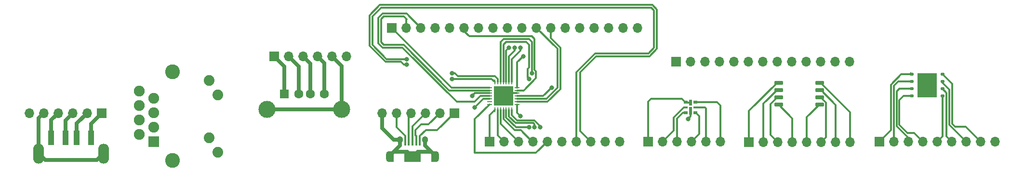
<source format=gbr>
%TF.GenerationSoftware,KiCad,Pcbnew,6.0.5*%
%TF.CreationDate,2022-05-09T00:08:55+02:00*%
%TF.ProjectId,gauge,67617567-652e-46b6-9963-61645f706362,rev?*%
%TF.SameCoordinates,Original*%
%TF.FileFunction,Copper,L1,Top*%
%TF.FilePolarity,Positive*%
%FSLAX46Y46*%
G04 Gerber Fmt 4.6, Leading zero omitted, Abs format (unit mm)*
G04 Created by KiCad (PCBNEW 6.0.5) date 2022-05-09 00:08:55*
%MOMM*%
%LPD*%
G01*
G04 APERTURE LIST*
G04 Aperture macros list*
%AMRoundRect*
0 Rectangle with rounded corners*
0 $1 Rounding radius*
0 $2 $3 $4 $5 $6 $7 $8 $9 X,Y pos of 4 corners*
0 Add a 4 corners polygon primitive as box body*
4,1,4,$2,$3,$4,$5,$6,$7,$8,$9,$2,$3,0*
0 Add four circle primitives for the rounded corners*
1,1,$1+$1,$2,$3*
1,1,$1+$1,$4,$5*
1,1,$1+$1,$6,$7*
1,1,$1+$1,$8,$9*
0 Add four rect primitives between the rounded corners*
20,1,$1+$1,$2,$3,$4,$5,0*
20,1,$1+$1,$4,$5,$6,$7,0*
20,1,$1+$1,$6,$7,$8,$9,0*
20,1,$1+$1,$8,$9,$2,$3,0*%
G04 Aperture macros list end*
%TA.AperFunction,ComponentPad*%
%ADD10R,1.700000X1.700000*%
%TD*%
%TA.AperFunction,ComponentPad*%
%ADD11O,1.700000X1.700000*%
%TD*%
%TA.AperFunction,SMDPad,CuDef*%
%ADD12RoundRect,0.125000X-0.250000X-0.125000X0.250000X-0.125000X0.250000X0.125000X-0.250000X0.125000X0*%
%TD*%
%TA.AperFunction,SMDPad,CuDef*%
%ADD13R,3.400000X4.300000*%
%TD*%
%TA.AperFunction,SMDPad,CuDef*%
%ADD14RoundRect,0.062500X-0.337500X-0.062500X0.337500X-0.062500X0.337500X0.062500X-0.337500X0.062500X0*%
%TD*%
%TA.AperFunction,SMDPad,CuDef*%
%ADD15RoundRect,0.062500X-0.062500X-0.337500X0.062500X-0.337500X0.062500X0.337500X-0.062500X0.337500X0*%
%TD*%
%TA.AperFunction,SMDPad,CuDef*%
%ADD16R,3.350000X3.350000*%
%TD*%
%TA.AperFunction,SMDPad,CuDef*%
%ADD17R,0.400000X1.350000*%
%TD*%
%TA.AperFunction,SMDPad,CuDef*%
%ADD18R,0.875000X1.900000*%
%TD*%
%TA.AperFunction,ComponentPad*%
%ADD19O,1.000000X1.900000*%
%TD*%
%TA.AperFunction,ComponentPad*%
%ADD20O,1.050000X1.250000*%
%TD*%
%TA.AperFunction,SMDPad,CuDef*%
%ADD21R,2.900000X1.900000*%
%TD*%
%TA.AperFunction,SMDPad,CuDef*%
%ADD22R,0.500000X1.000000*%
%TD*%
%TA.AperFunction,SMDPad,CuDef*%
%ADD23R,0.800000X0.500000*%
%TD*%
%TA.AperFunction,SMDPad,CuDef*%
%ADD24R,0.800000X0.300000*%
%TD*%
%TA.AperFunction,SMDPad,CuDef*%
%ADD25R,0.500000X1.480000*%
%TD*%
%TA.AperFunction,ComponentPad*%
%ADD26C,2.600000*%
%TD*%
%TA.AperFunction,ComponentPad*%
%ADD27C,1.890000*%
%TD*%
%TA.AperFunction,ComponentPad*%
%ADD28R,1.900000X1.900000*%
%TD*%
%TA.AperFunction,ComponentPad*%
%ADD29C,1.900000*%
%TD*%
%TA.AperFunction,ComponentPad*%
%ADD30R,1.600000X1.500000*%
%TD*%
%TA.AperFunction,ComponentPad*%
%ADD31C,1.600000*%
%TD*%
%TA.AperFunction,ComponentPad*%
%ADD32C,3.000000*%
%TD*%
%TA.AperFunction,SMDPad,CuDef*%
%ADD33R,1.100000X2.500000*%
%TD*%
%TA.AperFunction,ComponentPad*%
%ADD34O,1.900000X3.500000*%
%TD*%
%TA.AperFunction,SMDPad,CuDef*%
%ADD35RoundRect,0.150000X-0.650000X-0.150000X0.650000X-0.150000X0.650000X0.150000X-0.650000X0.150000X0*%
%TD*%
%TA.AperFunction,ViaPad*%
%ADD36C,0.800000*%
%TD*%
%TA.AperFunction,Conductor*%
%ADD37C,0.300000*%
%TD*%
%TA.AperFunction,Conductor*%
%ADD38C,0.700000*%
%TD*%
G04 APERTURE END LIST*
D10*
%TO.P,J4,1,Pin_1*%
%TO.N,Net-(D1-Pad1)*%
X140380000Y-115000000D03*
D11*
%TO.P,J4,2,Pin_2*%
%TO.N,Net-(D1-Pad2)*%
X142920000Y-115000000D03*
%TO.P,J4,3,Pin_3*%
%TO.N,Net-(D1-Pad3)*%
X145460000Y-115000000D03*
%TO.P,J4,4,Pin_4*%
%TO.N,Net-(D1-Pad4)*%
X148000000Y-115000000D03*
%TO.P,J4,5,Pin_5*%
%TO.N,Net-(D1-Pad5)*%
X150540000Y-115000000D03*
%TO.P,J4,6,Pin_6*%
%TO.N,Net-(D1-Pad6)*%
X153080000Y-115000000D03*
%TD*%
D10*
%TO.P,J15,1,Pin_1*%
%TO.N,Net-(U3-Pad1)*%
X95375000Y-95000000D03*
D11*
%TO.P,J15,2,Pin_2*%
%TO.N,Net-(U3-Pad2)*%
X97915000Y-95000000D03*
%TO.P,J15,3,Pin_3*%
%TO.N,Net-(U3-Pad4)*%
X100455000Y-95000000D03*
%TO.P,J15,4,Pin_4*%
%TO.N,Net-(U3-Pad19)*%
X102995000Y-95000000D03*
%TO.P,J15,5,Pin_5*%
%TO.N,Net-(U3-Pad15)*%
X105535000Y-95000000D03*
%TO.P,J15,6,Pin_6*%
%TO.N,Net-(U3-Pad20)*%
X108075000Y-95000000D03*
%TO.P,J15,7,Pin_7*%
%TO.N,Net-(U3-Pad22)*%
X110615000Y-95000000D03*
%TO.P,J15,8,Pin_8*%
%TO.N,Net-(U3-Pad21)*%
X113155000Y-95000000D03*
%TO.P,J15,9,Pin_9*%
%TO.N,Net-(J15-Pad9)*%
X115695000Y-95000000D03*
%TO.P,J15,10,Pin_10*%
%TO.N,Net-(J15-Pad10)*%
X118235000Y-95000000D03*
%TO.P,J15,11,Pin_11*%
%TO.N,Net-(U3-Pad17)*%
X120775000Y-95000000D03*
%TO.P,J15,12,Pin_12*%
%TO.N,Net-(U3-Pad16)*%
X123315000Y-95000000D03*
%TO.P,J15,13,Pin_13*%
%TO.N,Net-(U3-Pad14)*%
X125855000Y-95000000D03*
%TO.P,J15,14,Pin_14*%
%TO.N,Net-(U3-Pad13)*%
X128395000Y-95000000D03*
%TO.P,J15,15,Pin_15*%
%TO.N,Net-(U3-Pad12)*%
X130935000Y-95000000D03*
%TO.P,J15,16,Pin_16*%
%TO.N,Net-(U3-Pad18)*%
X133475000Y-95000000D03*
%TO.P,J15,17,Pin_17*%
%TO.N,Net-(U3-Pad5)*%
X136015000Y-95000000D03*
%TO.P,J15,18,Pin_18*%
%TO.N,Net-(U3-Pad3)*%
X138555000Y-95000000D03*
%TD*%
D10*
%TO.P,J7,1,Pin_1*%
%TO.N,Net-(J6-Pad1)*%
X74650000Y-100000000D03*
D11*
%TO.P,J7,2,Pin_2*%
%TO.N,Net-(J7-Pad2)*%
X77190000Y-100000000D03*
%TO.P,J7,3,Pin_3*%
%TO.N,Net-(J7-Pad3)*%
X79730000Y-100000000D03*
%TO.P,J7,4,Pin_4*%
%TO.N,Net-(J7-Pad4)*%
X82270000Y-100000000D03*
%TO.P,J7,5,Pin_5*%
%TO.N,Net-(J6-Pad5)*%
X84810000Y-100000000D03*
%TO.P,J7,6,Pin_6*%
%TO.N,unconnected-(J7-Pad6)*%
X87350000Y-100000000D03*
%TD*%
D10*
%TO.P,J12,1,Pin_1*%
%TO.N,Net-(J3-Pad1)*%
X106350000Y-110000000D03*
D11*
%TO.P,J12,2,Pin_2*%
%TO.N,Net-(J3-Pad2)*%
X103810000Y-110000000D03*
%TO.P,J12,3,Pin_3*%
%TO.N,Net-(J3-Pad3)*%
X101270000Y-110000000D03*
%TO.P,J12,4,Pin_4*%
%TO.N,Net-(J3-Pad4)*%
X98730000Y-110000000D03*
%TO.P,J12,5,Pin_5*%
%TO.N,Net-(J3-Pad5)*%
X96190000Y-110000000D03*
%TO.P,J12,6,Pin_6*%
%TO.N,Net-(J3-Pad6)*%
X93650000Y-110000000D03*
%TD*%
D12*
%TO.P,U2,1,~{CS}*%
%TO.N,Net-(U2-Pad1)*%
X186690000Y-103170000D03*
%TO.P,U2,2,DO(IO1)*%
%TO.N,Net-(U2-Pad2)*%
X186690000Y-104440000D03*
%TO.P,U2,3,IO2*%
%TO.N,Net-(U2-Pad3)*%
X186690000Y-105710000D03*
%TO.P,U2,4,GND*%
%TO.N,Net-(U2-Pad4)*%
X186690000Y-106980000D03*
%TO.P,U2,5,DI(IO0)*%
%TO.N,Net-(U2-Pad5)*%
X192090000Y-106980000D03*
%TO.P,U2,6,CLK*%
%TO.N,Net-(U2-Pad6)*%
X192090000Y-105710000D03*
%TO.P,U2,7,IO3*%
%TO.N,Net-(U2-Pad7)*%
X192090000Y-104440000D03*
%TO.P,U2,8,VCC*%
%TO.N,Net-(U2-Pad8)*%
X192090000Y-103170000D03*
D13*
%TO.P,U2,9,EP*%
%TO.N,Net-(U2-Pad9)*%
X189390000Y-105075000D03*
%TD*%
D14*
%TO.P,U3,1,XTI/MCLK*%
%TO.N,Net-(U3-Pad1)*%
X112500000Y-105500000D03*
%TO.P,U3,2,XTO*%
%TO.N,Net-(U3-Pad2)*%
X112500000Y-106000000D03*
%TO.P,U3,3,DCVDD*%
%TO.N,Net-(U3-Pad3)*%
X112500000Y-106500000D03*
%TO.P,U3,4,DGND*%
%TO.N,Net-(U3-Pad4)*%
X112500000Y-107000000D03*
%TO.P,U3,5,DBVDD*%
%TO.N,Net-(U3-Pad5)*%
X112500000Y-107500000D03*
%TO.P,U3,6,CLKOUT*%
%TO.N,unconnected-(U3-Pad6)*%
X112500000Y-108000000D03*
%TO.P,U3,7,BCLK*%
%TO.N,Net-(U3-Pad7)*%
X112500000Y-108500000D03*
D15*
%TO.P,U3,8,DACDAT*%
%TO.N,Net-(U3-Pad8)*%
X113450000Y-109450000D03*
%TO.P,U3,9,DACLRC*%
%TO.N,Net-(U3-Pad9)*%
X113950000Y-109450000D03*
%TO.P,U3,10,ADCDAT*%
%TO.N,Net-(U3-Pad10)*%
X114450000Y-109450000D03*
%TO.P,U3,11,ADCLRC*%
%TO.N,Net-(U3-Pad11)*%
X114950000Y-109450000D03*
%TO.P,U3,12,HPVDD*%
%TO.N,Net-(U3-Pad12)*%
X115450000Y-109450000D03*
%TO.P,U3,13,LHPOUT*%
%TO.N,Net-(U3-Pad13)*%
X115950000Y-109450000D03*
%TO.P,U3,14,RHPOUT*%
%TO.N,Net-(U3-Pad14)*%
X116450000Y-109450000D03*
D14*
%TO.P,U3,15,HPGND*%
%TO.N,Net-(U3-Pad15)*%
X117400000Y-108500000D03*
%TO.P,U3,16,LOUT*%
%TO.N,Net-(U3-Pad16)*%
X117400000Y-108000000D03*
%TO.P,U3,17,ROUT*%
%TO.N,Net-(U3-Pad17)*%
X117400000Y-107500000D03*
%TO.P,U3,18,AVDD*%
%TO.N,Net-(U3-Pad18)*%
X117400000Y-107000000D03*
%TO.P,U3,19,AGND*%
%TO.N,Net-(U3-Pad19)*%
X117400000Y-106500000D03*
%TO.P,U3,20,VMID*%
%TO.N,Net-(U3-Pad20)*%
X117400000Y-106000000D03*
%TO.P,U3,21,MICBIAS*%
%TO.N,Net-(U3-Pad21)*%
X117400000Y-105500000D03*
D15*
%TO.P,U3,22,MICIN*%
%TO.N,Net-(U3-Pad22)*%
X116450000Y-104550000D03*
%TO.P,U3,23,RLINEIN*%
%TO.N,Net-(J15-Pad10)*%
X115950000Y-104550000D03*
%TO.P,U3,24,LLINEIN*%
%TO.N,Net-(J15-Pad9)*%
X115450000Y-104550000D03*
%TO.P,U3,25,MODE*%
%TO.N,Net-(U3-Pad25)*%
X114950000Y-104550000D03*
%TO.P,U3,26,~{CSB}*%
%TO.N,Net-(U3-Pad26)*%
X114450000Y-104550000D03*
%TO.P,U3,27,SDIN*%
%TO.N,Net-(U3-Pad27)*%
X113950000Y-104550000D03*
%TO.P,U3,28,SCLK*%
%TO.N,Net-(U3-Pad28)*%
X113450000Y-104550000D03*
D16*
%TO.P,U3,29,AGND*%
%TO.N,Net-(U3-Pad19)*%
X114950000Y-107000000D03*
%TD*%
D10*
%TO.P,J11,1,Pin_1*%
%TO.N,Net-(U2-Pad1)*%
X181000000Y-115000000D03*
D11*
%TO.P,J11,2,Pin_2*%
%TO.N,Net-(U2-Pad2)*%
X183540000Y-115000000D03*
%TO.P,J11,3,Pin_3*%
%TO.N,Net-(U2-Pad3)*%
X186080000Y-115000000D03*
%TO.P,J11,4,Pin_4*%
%TO.N,Net-(U2-Pad4)*%
X188620000Y-115000000D03*
%TO.P,J11,5,Pin_5*%
%TO.N,Net-(U2-Pad5)*%
X191160000Y-115000000D03*
%TO.P,J11,6,Pin_6*%
%TO.N,Net-(U2-Pad6)*%
X193700000Y-115000000D03*
%TO.P,J11,7,Pin_7*%
%TO.N,Net-(U2-Pad7)*%
X196240000Y-115000000D03*
%TO.P,J11,8,Pin_8*%
%TO.N,Net-(U2-Pad8)*%
X198780000Y-115000000D03*
%TO.P,J11,9,Pin_9*%
%TO.N,Net-(U2-Pad9)*%
X201320000Y-115000000D03*
%TD*%
D17*
%TO.P,J3,1,VBUS*%
%TO.N,Net-(J3-Pad1)*%
X100300000Y-115000000D03*
%TO.P,J3,2,D-*%
%TO.N,Net-(J3-Pad2)*%
X99650000Y-115000000D03*
%TO.P,J3,3,D+*%
%TO.N,Net-(J3-Pad3)*%
X99000000Y-115000000D03*
%TO.P,J3,4,ID*%
%TO.N,Net-(J3-Pad4)*%
X98350000Y-115000000D03*
%TO.P,J3,5,GND*%
%TO.N,Net-(J3-Pad5)*%
X97700000Y-115000000D03*
D18*
%TO.P,J3,6,Shield*%
%TO.N,Net-(J3-Pad6)*%
X95262500Y-117675000D03*
X102737500Y-117675000D03*
D19*
X94825000Y-117675000D03*
D20*
X101225000Y-114675000D03*
D21*
X99000000Y-117675000D03*
D20*
X96775000Y-114675000D03*
D19*
X103175000Y-117675000D03*
%TD*%
D22*
%TO.P,D1,1,VDD*%
%TO.N,Net-(D1-Pad1)*%
X147880000Y-108170000D03*
D23*
X147030000Y-108100000D03*
D24*
%TO.P,D1,2,CKO*%
%TO.N,Net-(D1-Pad2)*%
X147030000Y-109000000D03*
D23*
%TO.P,D1,3,SDO*%
%TO.N,Net-(D1-Pad3)*%
X147030000Y-109900000D03*
%TO.P,D1,4,SDI*%
%TO.N,Net-(D1-Pad4)*%
X148730000Y-109900000D03*
D24*
%TO.P,D1,5,CKI*%
%TO.N,Net-(D1-Pad5)*%
X148730000Y-109000000D03*
D25*
%TO.P,D1,6,GND*%
%TO.N,Net-(D1-Pad6)*%
X147880000Y-109590000D03*
D23*
X148730000Y-108100000D03*
%TD*%
D26*
%TO.P,J1,13*%
%TO.N,N/C*%
X56845000Y-102780000D03*
X56845000Y-118330000D03*
D27*
%TO.P,J1,L1*%
X63275000Y-104230000D03*
%TO.P,J1,L2*%
X64795000Y-106770000D03*
%TO.P,J1,L3*%
X63275000Y-114340000D03*
%TO.P,J1,L4*%
X64795000Y-116880000D03*
D28*
%TO.P,J1,R1*%
X53555000Y-115000000D03*
D29*
%TO.P,J1,R2*%
X51015000Y-113730000D03*
%TO.P,J1,R3*%
X53555000Y-112460000D03*
%TO.P,J1,R4*%
X51015000Y-111190000D03*
%TO.P,J1,R5*%
X53555000Y-109920000D03*
%TO.P,J1,R6*%
X51015000Y-108650000D03*
%TO.P,J1,R7*%
X53555000Y-107380000D03*
%TO.P,J1,R8*%
X51015000Y-106110000D03*
%TD*%
D10*
%TO.P,J9,1,Pin_1*%
%TO.N,Net-(J2-Pad1)*%
X44350000Y-110000000D03*
D11*
%TO.P,J9,2,Pin_2*%
%TO.N,Net-(J2-Pad2)*%
X41810000Y-110000000D03*
%TO.P,J9,3,Pin_3*%
%TO.N,Net-(J2-Pad3)*%
X39270000Y-110000000D03*
%TO.P,J9,4,Pin_4*%
%TO.N,Net-(J2-Pad4)*%
X36730000Y-110000000D03*
%TO.P,J9,5,Pin_5*%
%TO.N,Net-(J2-Pad5)*%
X34190000Y-110000000D03*
%TO.P,J9,6,Pin_6*%
%TO.N,unconnected-(J9-Pad6)*%
X31650000Y-110000000D03*
%TD*%
D30*
%TO.P,J6,1,VBUS*%
%TO.N,Net-(J6-Pad1)*%
X76500000Y-106640000D03*
D31*
%TO.P,J6,2,D-*%
%TO.N,Net-(J7-Pad2)*%
X79000000Y-106640000D03*
%TO.P,J6,3,D+*%
%TO.N,Net-(J7-Pad3)*%
X81000000Y-106640000D03*
%TO.P,J6,4,GND*%
%TO.N,Net-(J7-Pad4)*%
X83500000Y-106640000D03*
D32*
%TO.P,J6,5,Shield*%
%TO.N,Net-(J6-Pad5)*%
X86570000Y-109350000D03*
X73430000Y-109350000D03*
%TD*%
D33*
%TO.P,J2,1,VBUS*%
%TO.N,Net-(J2-Pad1)*%
X42500000Y-114350000D03*
%TO.P,J2,2,D-*%
%TO.N,Net-(J2-Pad2)*%
X40000000Y-114350000D03*
%TO.P,J2,3,D+*%
%TO.N,Net-(J2-Pad3)*%
X38000000Y-114350000D03*
%TO.P,J2,4,GND*%
%TO.N,Net-(J2-Pad4)*%
X35500000Y-114350000D03*
D34*
%TO.P,J2,5,Shield*%
%TO.N,Net-(J2-Pad5)*%
X33300000Y-117100000D03*
X44700000Y-117100000D03*
%TD*%
D10*
%TO.P,J10,1,Pin_1*%
%TO.N,Net-(U1-Pad1)*%
X158120000Y-115095000D03*
D11*
%TO.P,J10,2,Pin_2*%
%TO.N,Net-(U1-Pad2)*%
X160660000Y-115095000D03*
%TO.P,J10,3,Pin_3*%
%TO.N,Net-(U1-Pad3)*%
X163200000Y-115095000D03*
%TO.P,J10,4,Pin_4*%
%TO.N,Net-(U1-Pad4)*%
X165740000Y-115095000D03*
%TO.P,J10,5,Pin_5*%
%TO.N,Net-(U1-Pad5)*%
X168280000Y-115095000D03*
%TO.P,J10,6,Pin_6*%
%TO.N,Net-(U1-Pad6)*%
X170820000Y-115095000D03*
%TO.P,J10,7,Pin_7*%
%TO.N,Net-(U1-Pad7)*%
X173360000Y-115095000D03*
%TO.P,J10,8,Pin_8*%
%TO.N,Net-(U1-Pad8)*%
X175900000Y-115095000D03*
%TD*%
D10*
%TO.P,J13,1,Pin_1*%
%TO.N,Net-(U3-Pad8)*%
X112525000Y-115000000D03*
D11*
%TO.P,J13,2,Pin_2*%
%TO.N,Net-(U3-Pad9)*%
X115065000Y-115000000D03*
%TO.P,J13,3,Pin_3*%
%TO.N,Net-(U3-Pad10)*%
X117605000Y-115000000D03*
%TO.P,J13,4,Pin_4*%
%TO.N,Net-(U3-Pad11)*%
X120145000Y-115000000D03*
%TO.P,J13,5,Pin_5*%
%TO.N,Net-(U3-Pad7)*%
X122685000Y-115000000D03*
%TO.P,J13,6,Pin_6*%
%TO.N,unconnected-(J13-Pad6)*%
X125225000Y-115000000D03*
%TO.P,J13,7,Pin_7*%
%TO.N,Net-(U3-Pad27)*%
X127765000Y-115000000D03*
%TO.P,J13,8,Pin_8*%
%TO.N,Net-(U3-Pad28)*%
X130305000Y-115000000D03*
%TO.P,J13,9,Pin_9*%
%TO.N,Net-(U3-Pad26)*%
X132845000Y-115000000D03*
%TO.P,J13,10,Pin_10*%
%TO.N,Net-(U3-Pad25)*%
X135385000Y-115000000D03*
%TD*%
D10*
%TO.P,J8,1,Pin_1*%
%TO.N,Net-(J1-Pad1)*%
X145275000Y-101000000D03*
D11*
%TO.P,J8,2,Pin_2*%
%TO.N,Net-(J1-Pad2)*%
X147815000Y-101000000D03*
%TO.P,J8,3,Pin_3*%
%TO.N,Net-(J1-Pad3)*%
X150355000Y-101000000D03*
%TO.P,J8,4,Pin_4*%
%TO.N,Net-(J1-Pad4)*%
X152895000Y-101000000D03*
%TO.P,J8,5,Pin_5*%
%TO.N,Net-(J1-Pad5)*%
X155435000Y-101000000D03*
%TO.P,J8,6,Pin_6*%
%TO.N,Net-(J1-Pad6)*%
X157975000Y-101000000D03*
%TO.P,J8,7,Pin_7*%
%TO.N,Net-(J1-Pad7)*%
X160515000Y-101000000D03*
%TO.P,J8,8,Pin_8*%
%TO.N,Net-(J1-Pad8)*%
X163055000Y-101000000D03*
%TO.P,J8,9,Pin_9*%
%TO.N,Net-(J1-Pad9)*%
X165595000Y-101000000D03*
%TO.P,J8,10,Pin_10*%
%TO.N,Net-(J1-Pad10)*%
X168135000Y-101000000D03*
%TO.P,J8,11,Pin_11*%
%TO.N,Net-(J1-Pad11)*%
X170675000Y-101000000D03*
%TO.P,J8,12,Pin_12*%
%TO.N,Net-(J1-Pad12)*%
X173215000Y-101000000D03*
%TO.P,J8,13,Pin_13*%
%TO.N,Net-(J1-PadSH)*%
X175755000Y-101000000D03*
%TD*%
D35*
%TO.P,U1,1,~{CS}*%
%TO.N,Net-(U1-Pad1)*%
X163300000Y-104690000D03*
%TO.P,U1,2,DO(IO1)*%
%TO.N,Net-(U1-Pad2)*%
X163300000Y-105960000D03*
%TO.P,U1,3,IO2*%
%TO.N,Net-(U1-Pad3)*%
X163300000Y-107230000D03*
%TO.P,U1,4,GND*%
%TO.N,Net-(U1-Pad4)*%
X163300000Y-108500000D03*
%TO.P,U1,5,DI(IO0)*%
%TO.N,Net-(U1-Pad5)*%
X170500000Y-108500000D03*
%TO.P,U1,6,CLK*%
%TO.N,Net-(U1-Pad6)*%
X170500000Y-107230000D03*
%TO.P,U1,7,IO3*%
%TO.N,Net-(U1-Pad7)*%
X170500000Y-105960000D03*
%TO.P,U1,8,VCC*%
%TO.N,Net-(U1-Pad8)*%
X170500000Y-104690000D03*
%TD*%
D36*
%TO.N,Net-(U2-Pad9)*%
X189240000Y-105000000D03*
%TO.N,Net-(D1-Pad6)*%
X147380000Y-111000000D03*
%TO.N,Net-(U3-Pad18)*%
X123450000Y-105500000D03*
%TO.N,Net-(U3-Pad27)*%
X105950000Y-103000000D03*
%TO.N,Net-(U3-Pad28)*%
X105950000Y-104000000D03*
X97950000Y-101500000D03*
%TO.N,Net-(U3-Pad27)*%
X97950000Y-100500000D03*
%TO.N,Net-(U3-Pad21)*%
X118450000Y-100000000D03*
%TO.N,Net-(U3-Pad22)*%
X117950000Y-98500000D03*
%TO.N,Net-(J15-Pad10)*%
X116950000Y-98500000D03*
%TO.N,Net-(J15-Pad9)*%
X115950000Y-98500000D03*
%TO.N,Net-(U3-Pad25)*%
X119450000Y-104000000D03*
%TO.N,Net-(U3-Pad26)*%
X119950000Y-103000000D03*
%TO.N,Net-(U3-Pad5)*%
X109950000Y-109000000D03*
%TO.N,Net-(U3-Pad15)*%
X117950000Y-110500000D03*
%TO.N,Net-(U3-Pad3)*%
X109450000Y-107000000D03*
%TO.N,Net-(U3-Pad19)*%
X114950000Y-107000000D03*
%TO.N,Net-(U3-Pad14)*%
X121450000Y-112500000D03*
%TO.N,Net-(U3-Pad13)*%
X120450000Y-112500000D03*
%TO.N,Net-(U3-Pad12)*%
X119450000Y-112500000D03*
%TD*%
D37*
%TO.N,Net-(U2-Pad8)*%
X192090000Y-103170000D02*
X193813558Y-104893558D01*
X193813559Y-111867131D02*
X194343214Y-112396786D01*
X193813558Y-104893558D02*
X193813559Y-111867131D01*
X194343214Y-112396786D02*
X196176786Y-112396786D01*
X196176786Y-112396786D02*
X198780000Y-115000000D01*
%TO.N,Net-(U2-Pad7)*%
X192090000Y-104440000D02*
X192090000Y-104663928D01*
X192090000Y-104663928D02*
X193314039Y-105887967D01*
X193314039Y-105887967D02*
X193314040Y-112074040D01*
X193314040Y-112074040D02*
X196240000Y-115000000D01*
%TO.N,Net-(U2-Pad6)*%
X192090000Y-105710000D02*
X192814520Y-106434520D01*
X192814520Y-106434520D02*
X192814520Y-114114520D01*
X192814520Y-114114520D02*
X193700000Y-115000000D01*
%TO.N,Net-(U2-Pad5)*%
X192090000Y-106980000D02*
X192090000Y-114070000D01*
X192090000Y-114070000D02*
X191160000Y-115000000D01*
%TO.N,Net-(U2-Pad1)*%
X186690000Y-103170000D02*
X184863572Y-103170000D01*
X184863572Y-103170000D02*
X183040480Y-104993093D01*
X183040480Y-104993093D02*
X183040480Y-112959520D01*
X183040480Y-112959520D02*
X181000000Y-115000000D01*
%TO.N,Net-(U2-Pad4)*%
X186690000Y-106980000D02*
X185260000Y-106980000D01*
X185260000Y-106980000D02*
X184539040Y-107700960D01*
X184539040Y-107700960D02*
X184539040Y-112092612D01*
X184539040Y-112092612D02*
X185946428Y-113500000D01*
X185946428Y-113500000D02*
X187120000Y-113500000D01*
X187120000Y-113500000D02*
X188620000Y-115000000D01*
%TO.N,Net-(U2-Pad3)*%
X186690000Y-105710000D02*
X184530000Y-105710000D01*
X184530000Y-105710000D02*
X184039520Y-106200480D01*
X184039520Y-106200480D02*
X184039520Y-112299520D01*
X184039520Y-112299520D02*
X186080000Y-114340000D01*
X186080000Y-114340000D02*
X186080000Y-115000000D01*
%TO.N,Net-(U2-Pad2)*%
X186690000Y-104440000D02*
X184300000Y-104440000D01*
X184300000Y-104440000D02*
X183540000Y-105200000D01*
X183540000Y-105200000D02*
X183540000Y-115000000D01*
%TO.N,Net-(U2-Pad1)*%
X186520000Y-103000000D02*
X186690000Y-103170000D01*
%TO.N,Net-(U1-Pad8)*%
X170500000Y-104690000D02*
X170736427Y-104690000D01*
X170736427Y-104690000D02*
X175900000Y-109853573D01*
X175900000Y-109853573D02*
X175900000Y-115095000D01*
%TO.N,Net-(U1-Pad7)*%
X170500000Y-105960000D02*
X170765000Y-105960000D01*
X170765000Y-105960000D02*
X173360000Y-108555000D01*
X173360000Y-108555000D02*
X173360000Y-115095000D01*
%TO.N,Net-(U1-Pad6)*%
X170500000Y-107230000D02*
X170736427Y-107230000D01*
X170736427Y-107230000D02*
X171649520Y-108143093D01*
X171649520Y-108143093D02*
X171649520Y-114265480D01*
X171649520Y-114265480D02*
X170820000Y-115095000D01*
%TO.N,Net-(U1-Pad1)*%
X163300000Y-104690000D02*
X163063573Y-104690000D01*
X163063573Y-104690000D02*
X158120000Y-109633573D01*
X158120000Y-109633573D02*
X158120000Y-115095000D01*
%TO.N,Net-(U1-Pad2)*%
X163300000Y-105960000D02*
X163063573Y-105960000D01*
X163063573Y-105960000D02*
X160660000Y-108363573D01*
X160660000Y-108363573D02*
X160660000Y-115095000D01*
%TO.N,Net-(U1-Pad3)*%
X163300000Y-107230000D02*
X163063573Y-107230000D01*
X163063573Y-107230000D02*
X161900000Y-108393573D01*
X161900000Y-108393573D02*
X161900000Y-113795000D01*
X161900000Y-113795000D02*
X163200000Y-115095000D01*
%TO.N,Net-(U1-Pad4)*%
X165740000Y-115095000D02*
X165740000Y-110940000D01*
X165740000Y-110940000D02*
X163300000Y-108500000D01*
%TO.N,Net-(U1-Pad5)*%
X170500000Y-108500000D02*
X168280000Y-110720000D01*
X168280000Y-110720000D02*
X168280000Y-115095000D01*
%TO.N,Net-(D1-Pad6)*%
X147880000Y-110500000D02*
X147380000Y-111000000D01*
X147880000Y-109590000D02*
X147880000Y-110500000D01*
%TO.N,Net-(D1-Pad2)*%
X147030000Y-109000000D02*
X146673573Y-109000000D01*
X146673573Y-109000000D02*
X144880000Y-110793572D01*
X144880000Y-110793572D02*
X144880000Y-113040000D01*
X144880000Y-113040000D02*
X142920000Y-115000000D01*
%TO.N,Net-(D1-Pad3)*%
X147030000Y-109900000D02*
X146480000Y-109900000D01*
X146480000Y-109900000D02*
X145460000Y-110920000D01*
X145460000Y-110920000D02*
X145460000Y-115000000D01*
%TO.N,Net-(D1-Pad4)*%
X148730000Y-109900000D02*
X148780000Y-109900000D01*
X149380000Y-110500000D02*
X149380000Y-113620000D01*
X148780000Y-109900000D02*
X149380000Y-110500000D01*
X149380000Y-113620000D02*
X148000000Y-115000000D01*
%TO.N,Net-(D1-Pad5)*%
X150540000Y-109160000D02*
X150380000Y-109000000D01*
X150540000Y-115000000D02*
X150540000Y-109160000D01*
X150380000Y-109000000D02*
X148730000Y-109000000D01*
%TO.N,Net-(D1-Pad6)*%
X148730000Y-108100000D02*
X152480000Y-108100000D01*
X152480000Y-108100000D02*
X153080000Y-108700000D01*
X153080000Y-108700000D02*
X153080000Y-115000000D01*
%TO.N,Net-(D1-Pad1)*%
X147880000Y-108170000D02*
X147100000Y-108170000D01*
X147100000Y-108170000D02*
X147030000Y-108100000D01*
X147030000Y-108100000D02*
X146880000Y-108100000D01*
X146880000Y-108100000D02*
X146280000Y-107500000D01*
X146280000Y-107500000D02*
X140880000Y-107500000D01*
X140880000Y-107500000D02*
X140380000Y-108000000D01*
X140380000Y-108000000D02*
X140380000Y-115000000D01*
D38*
%TO.N,Net-(J3-Pad6)*%
X96775000Y-114675000D02*
X95675000Y-114675000D01*
X95675000Y-114675000D02*
X93650000Y-112650000D01*
X93650000Y-112650000D02*
X93650000Y-110000000D01*
D37*
%TO.N,Net-(U3-Pad4)*%
X112500000Y-107000000D02*
X110950000Y-107000000D01*
X110950000Y-107000000D02*
X109950000Y-108000000D01*
X109950000Y-108000000D02*
X106743573Y-108000000D01*
X92950000Y-97706428D02*
X92950000Y-93293573D01*
X92950000Y-93293573D02*
X93743573Y-92500000D01*
X106743573Y-108000000D02*
X97243572Y-98500000D01*
X97243572Y-98500000D02*
X93743572Y-98500000D01*
X93743572Y-98500000D02*
X92950000Y-97706428D01*
X93743573Y-92500000D02*
X97955000Y-92500000D01*
X97955000Y-92500000D02*
X100455000Y-95000000D01*
%TO.N,Net-(U3-Pad20)*%
X117400000Y-106000000D02*
X118509970Y-106000000D01*
X118509970Y-106000000D02*
X120699511Y-103810459D01*
X120699511Y-103810459D02*
X120699511Y-102689541D01*
X120699511Y-102689541D02*
X120450000Y-102440030D01*
X120450000Y-97000000D02*
X119950000Y-96500000D01*
X108075000Y-95625000D02*
X108075000Y-95000000D01*
X120450000Y-102440030D02*
X120450000Y-97000000D01*
X119950000Y-96500000D02*
X108950000Y-96500000D01*
X108950000Y-96500000D02*
X108075000Y-95625000D01*
%TO.N,Net-(U3-Pad16)*%
X123315000Y-95000000D02*
X123315000Y-96833572D01*
X124950000Y-105766397D02*
X122716398Y-108000000D01*
X123315000Y-96833572D02*
X124950000Y-98468572D01*
X124950000Y-98468572D02*
X124950000Y-105766397D01*
X122716398Y-108000000D02*
X117400000Y-108000000D01*
%TO.N,Net-(U3-Pad17)*%
X117400000Y-107500000D02*
X122509970Y-107500000D01*
X122509970Y-107500000D02*
X124450000Y-105559970D01*
X124450000Y-105559970D02*
X124450000Y-98675000D01*
X124450000Y-98675000D02*
X120775000Y-95000000D01*
%TO.N,Net-(U3-Pad18)*%
X121950000Y-107000000D02*
X123450000Y-105500000D01*
X117400000Y-107000000D02*
X121950000Y-107000000D01*
%TO.N,Net-(U3-Pad27)*%
X106450000Y-103000000D02*
X105950000Y-103000000D01*
X113450000Y-103500000D02*
X106950000Y-103500000D01*
X113950000Y-104550000D02*
X113950000Y-104000000D01*
X106950000Y-103500000D02*
X106450000Y-103000000D01*
X113950000Y-104000000D02*
X113450000Y-103500000D01*
%TO.N,Net-(U3-Pad28)*%
X112900000Y-104000000D02*
X105950000Y-104000000D01*
X113450000Y-104550000D02*
X112900000Y-104000000D01*
X97450000Y-101500000D02*
X97950000Y-101500000D01*
X94243572Y-101000000D02*
X96950000Y-101000000D01*
X96950000Y-101000000D02*
X97450000Y-101500000D01*
X130305000Y-115000000D02*
X128450000Y-113145000D01*
X128450000Y-113145000D02*
X128450000Y-102836428D01*
X128450000Y-102836428D02*
X131286428Y-100000000D01*
X131286428Y-100000000D02*
X140656427Y-100000000D01*
X140656427Y-100000000D02*
X141950000Y-98706428D01*
X141950000Y-98706428D02*
X141950000Y-91793572D01*
X141950000Y-91793572D02*
X141156428Y-91000000D01*
X93243573Y-91000000D02*
X91450481Y-92793091D01*
X141156428Y-91000000D02*
X93243573Y-91000000D01*
X91450481Y-92793091D02*
X91450481Y-98206909D01*
X91450481Y-98206909D02*
X94243572Y-101000000D01*
%TO.N,Net-(U3-Pad27)*%
X127765000Y-115000000D02*
X127765000Y-102815000D01*
X131080000Y-99500000D02*
X140450000Y-99500000D01*
X127765000Y-102815000D02*
X131080000Y-99500000D01*
X141450000Y-92000000D02*
X140950000Y-91500000D01*
X140450000Y-99500000D02*
X141450000Y-98500000D01*
X141450000Y-98500000D02*
X141450000Y-92000000D01*
X140950000Y-91500000D02*
X93450000Y-91500000D01*
X93450000Y-91500000D02*
X91950000Y-93000000D01*
X91950000Y-93000000D02*
X91950000Y-98000000D01*
X94450000Y-100500000D02*
X97950000Y-100500000D01*
X91950000Y-98000000D02*
X94450000Y-100500000D01*
%TO.N,Net-(U3-Pad21)*%
X117400000Y-101050000D02*
X118450000Y-100000000D01*
X117400000Y-105500000D02*
X117400000Y-101050000D01*
%TO.N,Net-(U3-Pad22)*%
X117950000Y-99000000D02*
X117950000Y-98500000D01*
X116450000Y-100500000D02*
X117950000Y-99000000D01*
%TO.N,Net-(J15-Pad10)*%
X116950000Y-99000000D02*
X116950000Y-98500000D01*
X115950000Y-100000000D02*
X116950000Y-99000000D01*
%TO.N,Net-(J15-Pad9)*%
X115450000Y-99000000D02*
X115950000Y-98500000D01*
X115450000Y-104550000D02*
X115450000Y-99000000D01*
%TO.N,Net-(J15-Pad10)*%
X115950000Y-104550000D02*
X115950000Y-100000000D01*
%TO.N,Net-(U3-Pad22)*%
X116450000Y-104550000D02*
X116450000Y-100500000D01*
%TO.N,Net-(U3-Pad25)*%
X114950000Y-104550000D02*
X114950000Y-98000000D01*
X114950000Y-98000000D02*
X115450000Y-97500000D01*
X119200489Y-103750489D02*
X119450000Y-104000000D01*
X115450000Y-97500000D02*
X118950000Y-97500000D01*
X118950000Y-97500000D02*
X119450000Y-98000000D01*
X119450000Y-98000000D02*
X119450000Y-102000000D01*
X119450000Y-102000000D02*
X119200489Y-102249511D01*
X119200489Y-102249511D02*
X119200489Y-103750489D01*
%TO.N,Net-(U3-Pad26)*%
X114450000Y-104550000D02*
X114450000Y-97500000D01*
X114450000Y-97500000D02*
X114950000Y-97000000D01*
X119950000Y-97500000D02*
X119950000Y-103000000D01*
X114950000Y-97000000D02*
X119450000Y-97000000D01*
X119450000Y-97000000D02*
X119950000Y-97500000D01*
%TO.N,Net-(U3-Pad5)*%
X111450000Y-107500000D02*
X109950000Y-109000000D01*
X112500000Y-107500000D02*
X111450000Y-107500000D01*
%TO.N,Net-(U3-Pad15)*%
X117400000Y-109950000D02*
X117950000Y-110500000D01*
X117400000Y-108500000D02*
X117400000Y-109950000D01*
%TO.N,Net-(U3-Pad3)*%
X109950000Y-106500000D02*
X109450000Y-107000000D01*
X112500000Y-106500000D02*
X109950000Y-106500000D01*
%TO.N,Net-(U3-Pad2)*%
X112500000Y-106000000D02*
X105450000Y-106000000D01*
X93450000Y-93500000D02*
X93950000Y-93000000D01*
X97950000Y-93500000D02*
X97915000Y-93535000D01*
X105450000Y-106000000D02*
X97450000Y-98000000D01*
X97450000Y-98000000D02*
X93950000Y-98000000D01*
X93950000Y-98000000D02*
X93450000Y-97500000D01*
X93450000Y-97500000D02*
X93450000Y-93500000D01*
X93950000Y-93000000D02*
X97450000Y-93000000D01*
X97915000Y-93535000D02*
X97915000Y-95000000D01*
X97450000Y-93000000D02*
X97950000Y-93500000D01*
%TO.N,Net-(U3-Pad1)*%
X112500000Y-105500000D02*
X105875000Y-105500000D01*
X105875000Y-105500000D02*
X95375000Y-95000000D01*
%TO.N,Net-(U3-Pad19)*%
X117400000Y-106500000D02*
X115450000Y-106500000D01*
X115450000Y-106500000D02*
X114950000Y-107000000D01*
%TO.N,Net-(U3-Pad14)*%
X116450000Y-109450000D02*
X116450000Y-110380716D01*
X116450000Y-110380716D02*
X117320253Y-111250969D01*
X117320253Y-111250969D02*
X120407396Y-111250969D01*
X120407396Y-111250969D02*
X121450000Y-112293573D01*
X121450000Y-112293573D02*
X121450000Y-112500000D01*
%TO.N,Net-(U3-Pad13)*%
X115950000Y-109450000D02*
X115950000Y-110587144D01*
X115950000Y-110587144D02*
X117113345Y-111750489D01*
X117113345Y-111750489D02*
X120200489Y-111750489D01*
X120200489Y-111750489D02*
X120450000Y-112000000D01*
X120450000Y-112000000D02*
X120450000Y-112500000D01*
%TO.N,Net-(U3-Pad12)*%
X115450000Y-109450000D02*
X115450000Y-110793572D01*
X115450000Y-110793572D02*
X117156428Y-112500000D01*
X117156428Y-112500000D02*
X119450000Y-112500000D01*
%TO.N,Net-(U3-Pad26)*%
X114450000Y-104550000D02*
X114449520Y-104549520D01*
%TO.N,Net-(U3-Pad7)*%
X122685000Y-115000000D02*
X120685000Y-117000000D01*
X120685000Y-117000000D02*
X109950000Y-117000000D01*
X109950000Y-117000000D02*
X109950000Y-111050000D01*
X109950000Y-111050000D02*
X112500000Y-108500000D01*
%TO.N,Net-(U3-Pad11)*%
X118017316Y-113000000D02*
X116950000Y-113000000D01*
X120017316Y-115000000D02*
X118017316Y-113000000D01*
X120145000Y-115000000D02*
X120017316Y-115000000D01*
X116950000Y-113000000D02*
X114950000Y-111000000D01*
X114950000Y-111000000D02*
X114950000Y-109450000D01*
%TO.N,Net-(U3-Pad10)*%
X117605000Y-115000000D02*
X114450000Y-111845000D01*
X114450000Y-111845000D02*
X114450000Y-109450000D01*
%TO.N,Net-(U3-Pad9)*%
X115065000Y-115000000D02*
X113950000Y-113885000D01*
X113950000Y-113885000D02*
X113950000Y-109450000D01*
%TO.N,Net-(U3-Pad8)*%
X112525000Y-115000000D02*
X112525000Y-110375000D01*
X112525000Y-110375000D02*
X113450000Y-109450000D01*
%TO.N,Net-(J3-Pad1)*%
X100300000Y-115000000D02*
X100300000Y-114025000D01*
X100300000Y-114025000D02*
X101325000Y-113000000D01*
X101325000Y-113000000D02*
X103350000Y-113000000D01*
X103350000Y-113000000D02*
X106350000Y-110000000D01*
%TO.N,Net-(J3-Pad2)*%
X99650000Y-115000000D02*
X99650000Y-114025000D01*
X99650000Y-114025000D02*
X99499520Y-113874520D01*
X99499520Y-113874520D02*
X99499520Y-113000000D01*
X99499520Y-113000000D02*
X100499520Y-112000000D01*
X100499520Y-112000000D02*
X101810000Y-112000000D01*
X101810000Y-112000000D02*
X103810000Y-110000000D01*
%TO.N,Net-(J3-Pad3)*%
X99000000Y-115000000D02*
X99000000Y-112270000D01*
X99000000Y-112270000D02*
X101270000Y-110000000D01*
%TO.N,Net-(J3-Pad4)*%
X98350000Y-115000000D02*
X98350000Y-110380000D01*
X98350000Y-110380000D02*
X98730000Y-110000000D01*
%TO.N,Net-(J3-Pad5)*%
X97700000Y-115000000D02*
X97700000Y-114025000D01*
X97700000Y-114025000D02*
X96190000Y-112515000D01*
X96190000Y-112515000D02*
X96190000Y-110000000D01*
D38*
%TO.N,Net-(J3-Pad6)*%
X101225000Y-114675000D02*
X101225000Y-115725000D01*
X101225000Y-115725000D02*
X102272596Y-116772596D01*
X96775000Y-114675000D02*
X96775000Y-115725000D01*
X96775000Y-115725000D02*
X95727404Y-116772596D01*
X99000000Y-117675000D02*
X98097596Y-116772596D01*
X98097596Y-116772596D02*
X95727404Y-116772596D01*
X95727404Y-116772596D02*
X94825000Y-117675000D01*
X103175000Y-117675000D02*
X102272596Y-116772596D01*
X102272596Y-116772596D02*
X99902404Y-116772596D01*
X99902404Y-116772596D02*
X99000000Y-117675000D01*
%TO.N,Net-(J2-Pad1)*%
X42500000Y-111850000D02*
X44350000Y-110000000D01*
X42500000Y-114350000D02*
X42500000Y-111850000D01*
%TO.N,Net-(J2-Pad2)*%
X40000000Y-111810000D02*
X41810000Y-110000000D01*
X40000000Y-114350000D02*
X40000000Y-111810000D01*
%TO.N,Net-(J2-Pad3)*%
X38000000Y-111270000D02*
X39270000Y-110000000D01*
X38000000Y-114350000D02*
X38000000Y-111270000D01*
%TO.N,Net-(J2-Pad4)*%
X35500000Y-114350000D02*
X35500000Y-111230000D01*
X35500000Y-111230000D02*
X36730000Y-110000000D01*
%TO.N,Net-(J2-Pad5)*%
X34449521Y-118249521D02*
X43550479Y-118249521D01*
X33300000Y-117100000D02*
X33300000Y-110890000D01*
X33300000Y-110890000D02*
X34190000Y-110000000D01*
X43550479Y-118249521D02*
X44700000Y-117100000D01*
X33300000Y-117100000D02*
X34449521Y-118249521D01*
%TO.N,Net-(J6-Pad1)*%
X76500000Y-101850000D02*
X74650000Y-100000000D01*
X76500000Y-106640000D02*
X76500000Y-101850000D01*
%TO.N,Net-(J6-Pad5)*%
X86570000Y-109350000D02*
X73430000Y-109350000D01*
X86570000Y-109350000D02*
X86570000Y-101760000D01*
X86570000Y-101760000D02*
X84810000Y-100000000D01*
%TO.N,Net-(J7-Pad2)*%
X79000000Y-106640000D02*
X79000000Y-101810000D01*
X79000000Y-101810000D02*
X77190000Y-100000000D01*
%TO.N,Net-(J7-Pad3)*%
X81000000Y-106640000D02*
X81000000Y-101270000D01*
X81000000Y-101270000D02*
X79730000Y-100000000D01*
%TO.N,Net-(J7-Pad4)*%
X83500000Y-101230000D02*
X82270000Y-100000000D01*
X83500000Y-106640000D02*
X83500000Y-101230000D01*
%TD*%
M02*

</source>
